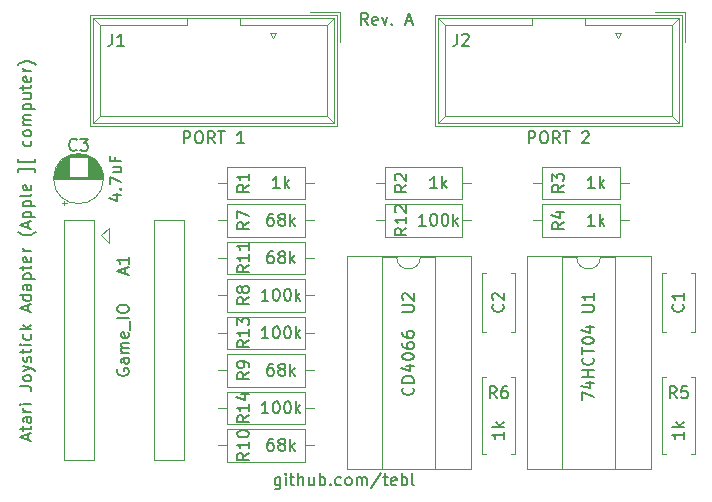
<source format=gto>
%TF.GenerationSoftware,KiCad,Pcbnew,(5.1.8)-1*%
%TF.CreationDate,2021-01-19T01:30:05+01:00*%
%TF.ProjectId,Apple II Adapter,4170706c-6520-4494-9920-416461707465,rev?*%
%TF.SameCoordinates,Original*%
%TF.FileFunction,Legend,Top*%
%TF.FilePolarity,Positive*%
%FSLAX46Y46*%
G04 Gerber Fmt 4.6, Leading zero omitted, Abs format (unit mm)*
G04 Created by KiCad (PCBNEW (5.1.8)-1) date 2021-01-19 01:30:05*
%MOMM*%
%LPD*%
G01*
G04 APERTURE LIST*
%ADD10C,0.150000*%
%ADD11C,0.120000*%
%ADD12C,0.100000*%
G04 APERTURE END LIST*
D10*
X205121190Y-109672380D02*
X205121190Y-108672380D01*
X205502142Y-108672380D01*
X205597380Y-108720000D01*
X205645000Y-108767619D01*
X205692619Y-108862857D01*
X205692619Y-109005714D01*
X205645000Y-109100952D01*
X205597380Y-109148571D01*
X205502142Y-109196190D01*
X205121190Y-109196190D01*
X206311666Y-108672380D02*
X206502142Y-108672380D01*
X206597380Y-108720000D01*
X206692619Y-108815238D01*
X206740238Y-109005714D01*
X206740238Y-109339047D01*
X206692619Y-109529523D01*
X206597380Y-109624761D01*
X206502142Y-109672380D01*
X206311666Y-109672380D01*
X206216428Y-109624761D01*
X206121190Y-109529523D01*
X206073571Y-109339047D01*
X206073571Y-109005714D01*
X206121190Y-108815238D01*
X206216428Y-108720000D01*
X206311666Y-108672380D01*
X207740238Y-109672380D02*
X207406904Y-109196190D01*
X207168809Y-109672380D02*
X207168809Y-108672380D01*
X207549761Y-108672380D01*
X207645000Y-108720000D01*
X207692619Y-108767619D01*
X207740238Y-108862857D01*
X207740238Y-109005714D01*
X207692619Y-109100952D01*
X207645000Y-109148571D01*
X207549761Y-109196190D01*
X207168809Y-109196190D01*
X208025952Y-108672380D02*
X208597380Y-108672380D01*
X208311666Y-109672380D02*
X208311666Y-108672380D01*
X209645000Y-108767619D02*
X209692619Y-108720000D01*
X209787857Y-108672380D01*
X210025952Y-108672380D01*
X210121190Y-108720000D01*
X210168809Y-108767619D01*
X210216428Y-108862857D01*
X210216428Y-108958095D01*
X210168809Y-109100952D01*
X209597380Y-109672380D01*
X210216428Y-109672380D01*
X175911190Y-109672380D02*
X175911190Y-108672380D01*
X176292142Y-108672380D01*
X176387380Y-108720000D01*
X176435000Y-108767619D01*
X176482619Y-108862857D01*
X176482619Y-109005714D01*
X176435000Y-109100952D01*
X176387380Y-109148571D01*
X176292142Y-109196190D01*
X175911190Y-109196190D01*
X177101666Y-108672380D02*
X177292142Y-108672380D01*
X177387380Y-108720000D01*
X177482619Y-108815238D01*
X177530238Y-109005714D01*
X177530238Y-109339047D01*
X177482619Y-109529523D01*
X177387380Y-109624761D01*
X177292142Y-109672380D01*
X177101666Y-109672380D01*
X177006428Y-109624761D01*
X176911190Y-109529523D01*
X176863571Y-109339047D01*
X176863571Y-109005714D01*
X176911190Y-108815238D01*
X177006428Y-108720000D01*
X177101666Y-108672380D01*
X178530238Y-109672380D02*
X178196904Y-109196190D01*
X177958809Y-109672380D02*
X177958809Y-108672380D01*
X178339761Y-108672380D01*
X178435000Y-108720000D01*
X178482619Y-108767619D01*
X178530238Y-108862857D01*
X178530238Y-109005714D01*
X178482619Y-109100952D01*
X178435000Y-109148571D01*
X178339761Y-109196190D01*
X177958809Y-109196190D01*
X178815952Y-108672380D02*
X179387380Y-108672380D01*
X179101666Y-109672380D02*
X179101666Y-108672380D01*
X181006428Y-109672380D02*
X180435000Y-109672380D01*
X180720714Y-109672380D02*
X180720714Y-108672380D01*
X180625476Y-108815238D01*
X180530238Y-108910476D01*
X180435000Y-108958095D01*
X191492380Y-99639380D02*
X191159047Y-99163190D01*
X190920952Y-99639380D02*
X190920952Y-98639380D01*
X191301904Y-98639380D01*
X191397142Y-98687000D01*
X191444761Y-98734619D01*
X191492380Y-98829857D01*
X191492380Y-98972714D01*
X191444761Y-99067952D01*
X191397142Y-99115571D01*
X191301904Y-99163190D01*
X190920952Y-99163190D01*
X192301904Y-99591761D02*
X192206666Y-99639380D01*
X192016190Y-99639380D01*
X191920952Y-99591761D01*
X191873333Y-99496523D01*
X191873333Y-99115571D01*
X191920952Y-99020333D01*
X192016190Y-98972714D01*
X192206666Y-98972714D01*
X192301904Y-99020333D01*
X192349523Y-99115571D01*
X192349523Y-99210809D01*
X191873333Y-99306047D01*
X192682857Y-98972714D02*
X192920952Y-99639380D01*
X193159047Y-98972714D01*
X193540000Y-99544142D02*
X193587619Y-99591761D01*
X193540000Y-99639380D01*
X193492380Y-99591761D01*
X193540000Y-99544142D01*
X193540000Y-99639380D01*
X194730476Y-99353666D02*
X195206666Y-99353666D01*
X194635238Y-99639380D02*
X194968571Y-98639380D01*
X195301904Y-99639380D01*
X184079238Y-137961714D02*
X184079238Y-138771238D01*
X184031619Y-138866476D01*
X183984000Y-138914095D01*
X183888761Y-138961714D01*
X183745904Y-138961714D01*
X183650666Y-138914095D01*
X184079238Y-138580761D02*
X183984000Y-138628380D01*
X183793523Y-138628380D01*
X183698285Y-138580761D01*
X183650666Y-138533142D01*
X183603047Y-138437904D01*
X183603047Y-138152190D01*
X183650666Y-138056952D01*
X183698285Y-138009333D01*
X183793523Y-137961714D01*
X183984000Y-137961714D01*
X184079238Y-138009333D01*
X184555428Y-138628380D02*
X184555428Y-137961714D01*
X184555428Y-137628380D02*
X184507809Y-137676000D01*
X184555428Y-137723619D01*
X184603047Y-137676000D01*
X184555428Y-137628380D01*
X184555428Y-137723619D01*
X184888761Y-137961714D02*
X185269714Y-137961714D01*
X185031619Y-137628380D02*
X185031619Y-138485523D01*
X185079238Y-138580761D01*
X185174476Y-138628380D01*
X185269714Y-138628380D01*
X185603047Y-138628380D02*
X185603047Y-137628380D01*
X186031619Y-138628380D02*
X186031619Y-138104571D01*
X185984000Y-138009333D01*
X185888761Y-137961714D01*
X185745904Y-137961714D01*
X185650666Y-138009333D01*
X185603047Y-138056952D01*
X186936380Y-137961714D02*
X186936380Y-138628380D01*
X186507809Y-137961714D02*
X186507809Y-138485523D01*
X186555428Y-138580761D01*
X186650666Y-138628380D01*
X186793523Y-138628380D01*
X186888761Y-138580761D01*
X186936380Y-138533142D01*
X187412571Y-138628380D02*
X187412571Y-137628380D01*
X187412571Y-138009333D02*
X187507809Y-137961714D01*
X187698285Y-137961714D01*
X187793523Y-138009333D01*
X187841142Y-138056952D01*
X187888761Y-138152190D01*
X187888761Y-138437904D01*
X187841142Y-138533142D01*
X187793523Y-138580761D01*
X187698285Y-138628380D01*
X187507809Y-138628380D01*
X187412571Y-138580761D01*
X188317333Y-138533142D02*
X188364952Y-138580761D01*
X188317333Y-138628380D01*
X188269714Y-138580761D01*
X188317333Y-138533142D01*
X188317333Y-138628380D01*
X189222095Y-138580761D02*
X189126857Y-138628380D01*
X188936380Y-138628380D01*
X188841142Y-138580761D01*
X188793523Y-138533142D01*
X188745904Y-138437904D01*
X188745904Y-138152190D01*
X188793523Y-138056952D01*
X188841142Y-138009333D01*
X188936380Y-137961714D01*
X189126857Y-137961714D01*
X189222095Y-138009333D01*
X189793523Y-138628380D02*
X189698285Y-138580761D01*
X189650666Y-138533142D01*
X189603047Y-138437904D01*
X189603047Y-138152190D01*
X189650666Y-138056952D01*
X189698285Y-138009333D01*
X189793523Y-137961714D01*
X189936380Y-137961714D01*
X190031619Y-138009333D01*
X190079238Y-138056952D01*
X190126857Y-138152190D01*
X190126857Y-138437904D01*
X190079238Y-138533142D01*
X190031619Y-138580761D01*
X189936380Y-138628380D01*
X189793523Y-138628380D01*
X190555428Y-138628380D02*
X190555428Y-137961714D01*
X190555428Y-138056952D02*
X190603047Y-138009333D01*
X190698285Y-137961714D01*
X190841142Y-137961714D01*
X190936380Y-138009333D01*
X190984000Y-138104571D01*
X190984000Y-138628380D01*
X190984000Y-138104571D02*
X191031619Y-138009333D01*
X191126857Y-137961714D01*
X191269714Y-137961714D01*
X191364952Y-138009333D01*
X191412571Y-138104571D01*
X191412571Y-138628380D01*
X192603047Y-137580761D02*
X191745904Y-138866476D01*
X192793523Y-137961714D02*
X193174476Y-137961714D01*
X192936380Y-137628380D02*
X192936380Y-138485523D01*
X192984000Y-138580761D01*
X193079238Y-138628380D01*
X193174476Y-138628380D01*
X193888761Y-138580761D02*
X193793523Y-138628380D01*
X193603047Y-138628380D01*
X193507809Y-138580761D01*
X193460190Y-138485523D01*
X193460190Y-138104571D01*
X193507809Y-138009333D01*
X193603047Y-137961714D01*
X193793523Y-137961714D01*
X193888761Y-138009333D01*
X193936380Y-138104571D01*
X193936380Y-138199809D01*
X193460190Y-138295047D01*
X194364952Y-138628380D02*
X194364952Y-137628380D01*
X194364952Y-138009333D02*
X194460190Y-137961714D01*
X194650666Y-137961714D01*
X194745904Y-138009333D01*
X194793523Y-138056952D01*
X194841142Y-138152190D01*
X194841142Y-138437904D01*
X194793523Y-138533142D01*
X194745904Y-138580761D01*
X194650666Y-138628380D01*
X194460190Y-138628380D01*
X194364952Y-138580761D01*
X195412571Y-138628380D02*
X195317333Y-138580761D01*
X195269714Y-138485523D01*
X195269714Y-137628380D01*
X162726666Y-134792619D02*
X162726666Y-134316428D01*
X163012380Y-134887857D02*
X162012380Y-134554523D01*
X163012380Y-134221190D01*
X162345714Y-134030714D02*
X162345714Y-133649761D01*
X162012380Y-133887857D02*
X162869523Y-133887857D01*
X162964761Y-133840238D01*
X163012380Y-133745000D01*
X163012380Y-133649761D01*
X163012380Y-132887857D02*
X162488571Y-132887857D01*
X162393333Y-132935476D01*
X162345714Y-133030714D01*
X162345714Y-133221190D01*
X162393333Y-133316428D01*
X162964761Y-132887857D02*
X163012380Y-132983095D01*
X163012380Y-133221190D01*
X162964761Y-133316428D01*
X162869523Y-133364047D01*
X162774285Y-133364047D01*
X162679047Y-133316428D01*
X162631428Y-133221190D01*
X162631428Y-132983095D01*
X162583809Y-132887857D01*
X163012380Y-132411666D02*
X162345714Y-132411666D01*
X162536190Y-132411666D02*
X162440952Y-132364047D01*
X162393333Y-132316428D01*
X162345714Y-132221190D01*
X162345714Y-132125952D01*
X163012380Y-131792619D02*
X162345714Y-131792619D01*
X162012380Y-131792619D02*
X162060000Y-131840238D01*
X162107619Y-131792619D01*
X162060000Y-131745000D01*
X162012380Y-131792619D01*
X162107619Y-131792619D01*
X162012380Y-130268809D02*
X162726666Y-130268809D01*
X162869523Y-130316428D01*
X162964761Y-130411666D01*
X163012380Y-130554523D01*
X163012380Y-130649761D01*
X163012380Y-129649761D02*
X162964761Y-129745000D01*
X162917142Y-129792619D01*
X162821904Y-129840238D01*
X162536190Y-129840238D01*
X162440952Y-129792619D01*
X162393333Y-129745000D01*
X162345714Y-129649761D01*
X162345714Y-129506904D01*
X162393333Y-129411666D01*
X162440952Y-129364047D01*
X162536190Y-129316428D01*
X162821904Y-129316428D01*
X162917142Y-129364047D01*
X162964761Y-129411666D01*
X163012380Y-129506904D01*
X163012380Y-129649761D01*
X162345714Y-128983095D02*
X163012380Y-128745000D01*
X162345714Y-128506904D02*
X163012380Y-128745000D01*
X163250476Y-128840238D01*
X163298095Y-128887857D01*
X163345714Y-128983095D01*
X162964761Y-128173571D02*
X163012380Y-128078333D01*
X163012380Y-127887857D01*
X162964761Y-127792619D01*
X162869523Y-127745000D01*
X162821904Y-127745000D01*
X162726666Y-127792619D01*
X162679047Y-127887857D01*
X162679047Y-128030714D01*
X162631428Y-128125952D01*
X162536190Y-128173571D01*
X162488571Y-128173571D01*
X162393333Y-128125952D01*
X162345714Y-128030714D01*
X162345714Y-127887857D01*
X162393333Y-127792619D01*
X162345714Y-127459285D02*
X162345714Y-127078333D01*
X162012380Y-127316428D02*
X162869523Y-127316428D01*
X162964761Y-127268809D01*
X163012380Y-127173571D01*
X163012380Y-127078333D01*
X163012380Y-126745000D02*
X162345714Y-126745000D01*
X162012380Y-126745000D02*
X162060000Y-126792619D01*
X162107619Y-126745000D01*
X162060000Y-126697380D01*
X162012380Y-126745000D01*
X162107619Y-126745000D01*
X162964761Y-125840238D02*
X163012380Y-125935476D01*
X163012380Y-126125952D01*
X162964761Y-126221190D01*
X162917142Y-126268809D01*
X162821904Y-126316428D01*
X162536190Y-126316428D01*
X162440952Y-126268809D01*
X162393333Y-126221190D01*
X162345714Y-126125952D01*
X162345714Y-125935476D01*
X162393333Y-125840238D01*
X163012380Y-125411666D02*
X162012380Y-125411666D01*
X162631428Y-125316428D02*
X163012380Y-125030714D01*
X162345714Y-125030714D02*
X162726666Y-125411666D01*
X162726666Y-123887857D02*
X162726666Y-123411666D01*
X163012380Y-123983095D02*
X162012380Y-123649761D01*
X163012380Y-123316428D01*
X163012380Y-122554523D02*
X162012380Y-122554523D01*
X162964761Y-122554523D02*
X163012380Y-122649761D01*
X163012380Y-122840238D01*
X162964761Y-122935476D01*
X162917142Y-122983095D01*
X162821904Y-123030714D01*
X162536190Y-123030714D01*
X162440952Y-122983095D01*
X162393333Y-122935476D01*
X162345714Y-122840238D01*
X162345714Y-122649761D01*
X162393333Y-122554523D01*
X163012380Y-121649761D02*
X162488571Y-121649761D01*
X162393333Y-121697380D01*
X162345714Y-121792619D01*
X162345714Y-121983095D01*
X162393333Y-122078333D01*
X162964761Y-121649761D02*
X163012380Y-121745000D01*
X163012380Y-121983095D01*
X162964761Y-122078333D01*
X162869523Y-122125952D01*
X162774285Y-122125952D01*
X162679047Y-122078333D01*
X162631428Y-121983095D01*
X162631428Y-121745000D01*
X162583809Y-121649761D01*
X162345714Y-121173571D02*
X163345714Y-121173571D01*
X162393333Y-121173571D02*
X162345714Y-121078333D01*
X162345714Y-120887857D01*
X162393333Y-120792619D01*
X162440952Y-120745000D01*
X162536190Y-120697380D01*
X162821904Y-120697380D01*
X162917142Y-120745000D01*
X162964761Y-120792619D01*
X163012380Y-120887857D01*
X163012380Y-121078333D01*
X162964761Y-121173571D01*
X162345714Y-120411666D02*
X162345714Y-120030714D01*
X162012380Y-120268809D02*
X162869523Y-120268809D01*
X162964761Y-120221190D01*
X163012380Y-120125952D01*
X163012380Y-120030714D01*
X162964761Y-119316428D02*
X163012380Y-119411666D01*
X163012380Y-119602142D01*
X162964761Y-119697380D01*
X162869523Y-119745000D01*
X162488571Y-119745000D01*
X162393333Y-119697380D01*
X162345714Y-119602142D01*
X162345714Y-119411666D01*
X162393333Y-119316428D01*
X162488571Y-119268809D01*
X162583809Y-119268809D01*
X162679047Y-119745000D01*
X163012380Y-118840238D02*
X162345714Y-118840238D01*
X162536190Y-118840238D02*
X162440952Y-118792619D01*
X162393333Y-118745000D01*
X162345714Y-118649761D01*
X162345714Y-118554523D01*
X163393333Y-117173571D02*
X163345714Y-117221190D01*
X163202857Y-117316428D01*
X163107619Y-117364047D01*
X162964761Y-117411666D01*
X162726666Y-117459285D01*
X162536190Y-117459285D01*
X162298095Y-117411666D01*
X162155238Y-117364047D01*
X162060000Y-117316428D01*
X161917142Y-117221190D01*
X161869523Y-117173571D01*
X162726666Y-116840238D02*
X162726666Y-116364047D01*
X163012380Y-116935476D02*
X162012380Y-116602142D01*
X163012380Y-116268809D01*
X162345714Y-115935476D02*
X163345714Y-115935476D01*
X162393333Y-115935476D02*
X162345714Y-115840238D01*
X162345714Y-115649761D01*
X162393333Y-115554523D01*
X162440952Y-115506904D01*
X162536190Y-115459285D01*
X162821904Y-115459285D01*
X162917142Y-115506904D01*
X162964761Y-115554523D01*
X163012380Y-115649761D01*
X163012380Y-115840238D01*
X162964761Y-115935476D01*
X162345714Y-115030714D02*
X163345714Y-115030714D01*
X162393333Y-115030714D02*
X162345714Y-114935476D01*
X162345714Y-114745000D01*
X162393333Y-114649761D01*
X162440952Y-114602142D01*
X162536190Y-114554523D01*
X162821904Y-114554523D01*
X162917142Y-114602142D01*
X162964761Y-114649761D01*
X163012380Y-114745000D01*
X163012380Y-114935476D01*
X162964761Y-115030714D01*
X163012380Y-113983095D02*
X162964761Y-114078333D01*
X162869523Y-114125952D01*
X162012380Y-114125952D01*
X162964761Y-113221190D02*
X163012380Y-113316428D01*
X163012380Y-113506904D01*
X162964761Y-113602142D01*
X162869523Y-113649761D01*
X162488571Y-113649761D01*
X162393333Y-113602142D01*
X162345714Y-113506904D01*
X162345714Y-113316428D01*
X162393333Y-113221190D01*
X162488571Y-113173571D01*
X162583809Y-113173571D01*
X162679047Y-113649761D01*
X163345714Y-112078333D02*
X163345714Y-111840238D01*
X161917142Y-111840238D01*
X161917142Y-112078333D01*
X163345714Y-111030714D02*
X163345714Y-111268809D01*
X161917142Y-111268809D01*
X161917142Y-111030714D01*
X162964761Y-109459285D02*
X163012380Y-109554523D01*
X163012380Y-109745000D01*
X162964761Y-109840238D01*
X162917142Y-109887857D01*
X162821904Y-109935476D01*
X162536190Y-109935476D01*
X162440952Y-109887857D01*
X162393333Y-109840238D01*
X162345714Y-109745000D01*
X162345714Y-109554523D01*
X162393333Y-109459285D01*
X163012380Y-108887857D02*
X162964761Y-108983095D01*
X162917142Y-109030714D01*
X162821904Y-109078333D01*
X162536190Y-109078333D01*
X162440952Y-109030714D01*
X162393333Y-108983095D01*
X162345714Y-108887857D01*
X162345714Y-108745000D01*
X162393333Y-108649761D01*
X162440952Y-108602142D01*
X162536190Y-108554523D01*
X162821904Y-108554523D01*
X162917142Y-108602142D01*
X162964761Y-108649761D01*
X163012380Y-108745000D01*
X163012380Y-108887857D01*
X163012380Y-108125952D02*
X162345714Y-108125952D01*
X162440952Y-108125952D02*
X162393333Y-108078333D01*
X162345714Y-107983095D01*
X162345714Y-107840238D01*
X162393333Y-107745000D01*
X162488571Y-107697380D01*
X163012380Y-107697380D01*
X162488571Y-107697380D02*
X162393333Y-107649761D01*
X162345714Y-107554523D01*
X162345714Y-107411666D01*
X162393333Y-107316428D01*
X162488571Y-107268809D01*
X163012380Y-107268809D01*
X162345714Y-106792619D02*
X163345714Y-106792619D01*
X162393333Y-106792619D02*
X162345714Y-106697380D01*
X162345714Y-106506904D01*
X162393333Y-106411666D01*
X162440952Y-106364047D01*
X162536190Y-106316428D01*
X162821904Y-106316428D01*
X162917142Y-106364047D01*
X162964761Y-106411666D01*
X163012380Y-106506904D01*
X163012380Y-106697380D01*
X162964761Y-106792619D01*
X162345714Y-105459285D02*
X163012380Y-105459285D01*
X162345714Y-105887857D02*
X162869523Y-105887857D01*
X162964761Y-105840238D01*
X163012380Y-105745000D01*
X163012380Y-105602142D01*
X162964761Y-105506904D01*
X162917142Y-105459285D01*
X162345714Y-105125952D02*
X162345714Y-104745000D01*
X162012380Y-104983095D02*
X162869523Y-104983095D01*
X162964761Y-104935476D01*
X163012380Y-104840238D01*
X163012380Y-104745000D01*
X162964761Y-104030714D02*
X163012380Y-104125952D01*
X163012380Y-104316428D01*
X162964761Y-104411666D01*
X162869523Y-104459285D01*
X162488571Y-104459285D01*
X162393333Y-104411666D01*
X162345714Y-104316428D01*
X162345714Y-104125952D01*
X162393333Y-104030714D01*
X162488571Y-103983095D01*
X162583809Y-103983095D01*
X162679047Y-104459285D01*
X163012380Y-103554523D02*
X162345714Y-103554523D01*
X162536190Y-103554523D02*
X162440952Y-103506904D01*
X162393333Y-103459285D01*
X162345714Y-103364047D01*
X162345714Y-103268809D01*
X163393333Y-103030714D02*
X163345714Y-102983095D01*
X163202857Y-102887857D01*
X163107619Y-102840238D01*
X162964761Y-102792619D01*
X162726666Y-102745000D01*
X162536190Y-102745000D01*
X162298095Y-102792619D01*
X162155238Y-102840238D01*
X162060000Y-102887857D01*
X161917142Y-102983095D01*
X161869523Y-103030714D01*
D11*
%TO.C,A1*%
X169545000Y-118110000D02*
X168910000Y-117475000D01*
X169545000Y-116840000D02*
X169545000Y-118110000D01*
X168910000Y-117475000D02*
X169545000Y-116840000D01*
X165735000Y-116205000D02*
X168275000Y-116205000D01*
X168275000Y-116205000D02*
X168275000Y-136525000D01*
X168275000Y-136525000D02*
X165735000Y-136525000D01*
X165735000Y-136525000D02*
X165735000Y-116205000D01*
X173355000Y-116205000D02*
X175895000Y-116205000D01*
X175895000Y-116205000D02*
X175895000Y-136525000D01*
X175895000Y-136525000D02*
X173355000Y-136525000D01*
X173355000Y-136525000D02*
X173355000Y-116205000D01*
%TO.C,R3*%
X205510000Y-113030000D02*
X206280000Y-113030000D01*
X213590000Y-113030000D02*
X212820000Y-113030000D01*
X206280000Y-114400000D02*
X212820000Y-114400000D01*
X206280000Y-111660000D02*
X206280000Y-114400000D01*
X212820000Y-111660000D02*
X206280000Y-111660000D01*
X212820000Y-114400000D02*
X212820000Y-111660000D01*
%TO.C,C2*%
X201510000Y-125620000D02*
X201195000Y-125620000D01*
X203935000Y-125620000D02*
X203620000Y-125620000D01*
X201510000Y-120680000D02*
X201195000Y-120680000D01*
X203935000Y-120680000D02*
X203620000Y-120680000D01*
X201195000Y-120680000D02*
X201195000Y-125620000D01*
X203935000Y-120680000D02*
X203935000Y-125620000D01*
%TO.C,R14*%
X179610000Y-130710000D02*
X179610000Y-133450000D01*
X179610000Y-133450000D02*
X186150000Y-133450000D01*
X186150000Y-133450000D02*
X186150000Y-130710000D01*
X186150000Y-130710000D02*
X179610000Y-130710000D01*
X178840000Y-132080000D02*
X179610000Y-132080000D01*
X186920000Y-132080000D02*
X186150000Y-132080000D01*
%TO.C,U1*%
X209185000Y-119320000D02*
X207935000Y-119320000D01*
X207935000Y-119320000D02*
X207935000Y-137220000D01*
X207935000Y-137220000D02*
X212435000Y-137220000D01*
X212435000Y-137220000D02*
X212435000Y-119320000D01*
X212435000Y-119320000D02*
X211185000Y-119320000D01*
X204935000Y-119260000D02*
X204935000Y-137280000D01*
X204935000Y-137280000D02*
X215435000Y-137280000D01*
X215435000Y-137280000D02*
X215435000Y-119260000D01*
X215435000Y-119260000D02*
X204935000Y-119260000D01*
X211185000Y-119320000D02*
G75*
G02*
X209185000Y-119320000I-1000000J0D01*
G01*
%TO.C,C1*%
X219175000Y-120680000D02*
X219175000Y-125620000D01*
X216435000Y-120680000D02*
X216435000Y-125620000D01*
X219175000Y-120680000D02*
X218860000Y-120680000D01*
X216750000Y-120680000D02*
X216435000Y-120680000D01*
X219175000Y-125620000D02*
X218860000Y-125620000D01*
X216750000Y-125620000D02*
X216435000Y-125620000D01*
%TO.C,C3*%
X169125000Y-112665000D02*
G75*
G03*
X169125000Y-112665000I-2120000J0D01*
G01*
X164925000Y-112665000D02*
X169085000Y-112665000D01*
X164925000Y-112625000D02*
X169085000Y-112625000D01*
X164926000Y-112585000D02*
X169084000Y-112585000D01*
X164928000Y-112545000D02*
X169082000Y-112545000D01*
X164931000Y-112505000D02*
X169079000Y-112505000D01*
X164934000Y-112465000D02*
X166165000Y-112465000D01*
X167845000Y-112465000D02*
X169076000Y-112465000D01*
X164938000Y-112425000D02*
X166165000Y-112425000D01*
X167845000Y-112425000D02*
X169072000Y-112425000D01*
X164943000Y-112385000D02*
X166165000Y-112385000D01*
X167845000Y-112385000D02*
X169067000Y-112385000D01*
X164949000Y-112345000D02*
X166165000Y-112345000D01*
X167845000Y-112345000D02*
X169061000Y-112345000D01*
X164955000Y-112305000D02*
X166165000Y-112305000D01*
X167845000Y-112305000D02*
X169055000Y-112305000D01*
X164963000Y-112265000D02*
X166165000Y-112265000D01*
X167845000Y-112265000D02*
X169047000Y-112265000D01*
X164971000Y-112225000D02*
X166165000Y-112225000D01*
X167845000Y-112225000D02*
X169039000Y-112225000D01*
X164980000Y-112185000D02*
X166165000Y-112185000D01*
X167845000Y-112185000D02*
X169030000Y-112185000D01*
X164989000Y-112145000D02*
X166165000Y-112145000D01*
X167845000Y-112145000D02*
X169021000Y-112145000D01*
X165000000Y-112105000D02*
X166165000Y-112105000D01*
X167845000Y-112105000D02*
X169010000Y-112105000D01*
X165011000Y-112065000D02*
X166165000Y-112065000D01*
X167845000Y-112065000D02*
X168999000Y-112065000D01*
X165023000Y-112025000D02*
X166165000Y-112025000D01*
X167845000Y-112025000D02*
X168987000Y-112025000D01*
X165037000Y-111985000D02*
X166165000Y-111985000D01*
X167845000Y-111985000D02*
X168973000Y-111985000D01*
X165051000Y-111944000D02*
X166165000Y-111944000D01*
X167845000Y-111944000D02*
X168959000Y-111944000D01*
X165065000Y-111904000D02*
X166165000Y-111904000D01*
X167845000Y-111904000D02*
X168945000Y-111904000D01*
X165081000Y-111864000D02*
X166165000Y-111864000D01*
X167845000Y-111864000D02*
X168929000Y-111864000D01*
X165098000Y-111824000D02*
X166165000Y-111824000D01*
X167845000Y-111824000D02*
X168912000Y-111824000D01*
X165116000Y-111784000D02*
X166165000Y-111784000D01*
X167845000Y-111784000D02*
X168894000Y-111784000D01*
X165135000Y-111744000D02*
X166165000Y-111744000D01*
X167845000Y-111744000D02*
X168875000Y-111744000D01*
X165154000Y-111704000D02*
X166165000Y-111704000D01*
X167845000Y-111704000D02*
X168856000Y-111704000D01*
X165175000Y-111664000D02*
X166165000Y-111664000D01*
X167845000Y-111664000D02*
X168835000Y-111664000D01*
X165197000Y-111624000D02*
X166165000Y-111624000D01*
X167845000Y-111624000D02*
X168813000Y-111624000D01*
X165220000Y-111584000D02*
X166165000Y-111584000D01*
X167845000Y-111584000D02*
X168790000Y-111584000D01*
X165245000Y-111544000D02*
X166165000Y-111544000D01*
X167845000Y-111544000D02*
X168765000Y-111544000D01*
X165270000Y-111504000D02*
X166165000Y-111504000D01*
X167845000Y-111504000D02*
X168740000Y-111504000D01*
X165297000Y-111464000D02*
X166165000Y-111464000D01*
X167845000Y-111464000D02*
X168713000Y-111464000D01*
X165325000Y-111424000D02*
X166165000Y-111424000D01*
X167845000Y-111424000D02*
X168685000Y-111424000D01*
X165355000Y-111384000D02*
X166165000Y-111384000D01*
X167845000Y-111384000D02*
X168655000Y-111384000D01*
X165386000Y-111344000D02*
X166165000Y-111344000D01*
X167845000Y-111344000D02*
X168624000Y-111344000D01*
X165418000Y-111304000D02*
X166165000Y-111304000D01*
X167845000Y-111304000D02*
X168592000Y-111304000D01*
X165453000Y-111264000D02*
X166165000Y-111264000D01*
X167845000Y-111264000D02*
X168557000Y-111264000D01*
X165489000Y-111224000D02*
X166165000Y-111224000D01*
X167845000Y-111224000D02*
X168521000Y-111224000D01*
X165527000Y-111184000D02*
X166165000Y-111184000D01*
X167845000Y-111184000D02*
X168483000Y-111184000D01*
X165567000Y-111144000D02*
X166165000Y-111144000D01*
X167845000Y-111144000D02*
X168443000Y-111144000D01*
X165609000Y-111104000D02*
X166165000Y-111104000D01*
X167845000Y-111104000D02*
X168401000Y-111104000D01*
X165654000Y-111064000D02*
X166165000Y-111064000D01*
X167845000Y-111064000D02*
X168356000Y-111064000D01*
X165701000Y-111024000D02*
X166165000Y-111024000D01*
X167845000Y-111024000D02*
X168309000Y-111024000D01*
X165751000Y-110984000D02*
X166165000Y-110984000D01*
X167845000Y-110984000D02*
X168259000Y-110984000D01*
X165805000Y-110944000D02*
X166165000Y-110944000D01*
X167845000Y-110944000D02*
X168205000Y-110944000D01*
X165863000Y-110904000D02*
X166165000Y-110904000D01*
X167845000Y-110904000D02*
X168147000Y-110904000D01*
X165925000Y-110864000D02*
X166165000Y-110864000D01*
X167845000Y-110864000D02*
X168085000Y-110864000D01*
X165992000Y-110824000D02*
X168018000Y-110824000D01*
X166065000Y-110784000D02*
X167945000Y-110784000D01*
X166146000Y-110744000D02*
X167864000Y-110744000D01*
X166237000Y-110704000D02*
X167773000Y-110704000D01*
X166341000Y-110664000D02*
X167669000Y-110664000D01*
X166468000Y-110624000D02*
X167542000Y-110624000D01*
X166635000Y-110584000D02*
X167375000Y-110584000D01*
X165810000Y-114934801D02*
X165810000Y-114534801D01*
X165610000Y-114734801D02*
X166010000Y-114734801D01*
%TO.C,J1*%
X183201500Y-100349562D02*
X183701500Y-100349562D01*
X183701500Y-100349562D02*
X183451500Y-100782575D01*
X183451500Y-100782575D02*
X183201500Y-100349562D01*
X189115000Y-98580000D02*
X189115000Y-101120000D01*
X189115000Y-98580000D02*
X186575000Y-98580000D01*
X188865000Y-98830000D02*
X188865000Y-108180000D01*
X168005000Y-98830000D02*
X188865000Y-98830000D01*
X168005000Y-108180000D02*
X168005000Y-98830000D01*
X188865000Y-108180000D02*
X168005000Y-108180000D01*
D12*
X168255000Y-99080000D02*
X168815000Y-99630000D01*
X188615000Y-99080000D02*
X188075000Y-99630000D01*
X168255000Y-107930000D02*
X168815000Y-107380000D01*
X188615000Y-107930000D02*
X188075000Y-107380000D01*
X168815000Y-107380000D02*
X168815000Y-99630000D01*
X168255000Y-107930000D02*
X168255000Y-99080000D01*
X188075000Y-107380000D02*
X188075000Y-99630000D01*
X188615000Y-107930000D02*
X188615000Y-99080000D01*
X176185000Y-99630000D02*
X176185000Y-99080000D01*
X180685000Y-99630000D02*
X180685000Y-99080000D01*
X176185000Y-99630000D02*
X168815000Y-99630000D01*
X188075000Y-99630000D02*
X180685000Y-99630000D01*
X188615000Y-99080000D02*
X168255000Y-99080000D01*
X188075000Y-107380000D02*
X168815000Y-107380000D01*
X188615000Y-107930000D02*
X168255000Y-107930000D01*
%TO.C,J2*%
X217825000Y-107930000D02*
X197465000Y-107930000D01*
X217285000Y-107380000D02*
X198025000Y-107380000D01*
X217825000Y-99080000D02*
X197465000Y-99080000D01*
X217285000Y-99630000D02*
X209895000Y-99630000D01*
X205395000Y-99630000D02*
X198025000Y-99630000D01*
X209895000Y-99630000D02*
X209895000Y-99080000D01*
X205395000Y-99630000D02*
X205395000Y-99080000D01*
X217825000Y-107930000D02*
X217825000Y-99080000D01*
X217285000Y-107380000D02*
X217285000Y-99630000D01*
X197465000Y-107930000D02*
X197465000Y-99080000D01*
X198025000Y-107380000D02*
X198025000Y-99630000D01*
X217825000Y-107930000D02*
X217285000Y-107380000D01*
X197465000Y-107930000D02*
X198025000Y-107380000D01*
X217825000Y-99080000D02*
X217285000Y-99630000D01*
X197465000Y-99080000D02*
X198025000Y-99630000D01*
D11*
X218075000Y-108180000D02*
X197215000Y-108180000D01*
X197215000Y-108180000D02*
X197215000Y-98830000D01*
X197215000Y-98830000D02*
X218075000Y-98830000D01*
X218075000Y-98830000D02*
X218075000Y-108180000D01*
X218325000Y-98580000D02*
X215785000Y-98580000D01*
X218325000Y-98580000D02*
X218325000Y-101120000D01*
X212661500Y-100782575D02*
X212411500Y-100349562D01*
X212911500Y-100349562D02*
X212661500Y-100782575D01*
X212411500Y-100349562D02*
X212911500Y-100349562D01*
%TO.C,R1*%
X186150000Y-114400000D02*
X186150000Y-111660000D01*
X186150000Y-111660000D02*
X179610000Y-111660000D01*
X179610000Y-111660000D02*
X179610000Y-114400000D01*
X179610000Y-114400000D02*
X186150000Y-114400000D01*
X186920000Y-113030000D02*
X186150000Y-113030000D01*
X178840000Y-113030000D02*
X179610000Y-113030000D01*
%TO.C,R2*%
X192175000Y-113030000D02*
X192945000Y-113030000D01*
X200255000Y-113030000D02*
X199485000Y-113030000D01*
X192945000Y-114400000D02*
X199485000Y-114400000D01*
X192945000Y-111660000D02*
X192945000Y-114400000D01*
X199485000Y-111660000D02*
X192945000Y-111660000D01*
X199485000Y-114400000D02*
X199485000Y-111660000D01*
%TO.C,R4*%
X212820000Y-117575000D02*
X212820000Y-114835000D01*
X212820000Y-114835000D02*
X206280000Y-114835000D01*
X206280000Y-114835000D02*
X206280000Y-117575000D01*
X206280000Y-117575000D02*
X212820000Y-117575000D01*
X213590000Y-116205000D02*
X212820000Y-116205000D01*
X205510000Y-116205000D02*
X206280000Y-116205000D01*
%TO.C,R7*%
X178840000Y-116205000D02*
X179610000Y-116205000D01*
X186920000Y-116205000D02*
X186150000Y-116205000D01*
X179610000Y-117575000D02*
X186150000Y-117575000D01*
X179610000Y-114835000D02*
X179610000Y-117575000D01*
X186150000Y-114835000D02*
X179610000Y-114835000D01*
X186150000Y-117575000D02*
X186150000Y-114835000D01*
%TO.C,R8*%
X186150000Y-123925000D02*
X186150000Y-121185000D01*
X186150000Y-121185000D02*
X179610000Y-121185000D01*
X179610000Y-121185000D02*
X179610000Y-123925000D01*
X179610000Y-123925000D02*
X186150000Y-123925000D01*
X186920000Y-122555000D02*
X186150000Y-122555000D01*
X178840000Y-122555000D02*
X179610000Y-122555000D01*
%TO.C,R9*%
X186150000Y-130275000D02*
X186150000Y-127535000D01*
X186150000Y-127535000D02*
X179610000Y-127535000D01*
X179610000Y-127535000D02*
X179610000Y-130275000D01*
X179610000Y-130275000D02*
X186150000Y-130275000D01*
X186920000Y-128905000D02*
X186150000Y-128905000D01*
X178840000Y-128905000D02*
X179610000Y-128905000D01*
%TO.C,R10*%
X178840000Y-135255000D02*
X179610000Y-135255000D01*
X186920000Y-135255000D02*
X186150000Y-135255000D01*
X179610000Y-136625000D02*
X186150000Y-136625000D01*
X179610000Y-133885000D02*
X179610000Y-136625000D01*
X186150000Y-133885000D02*
X179610000Y-133885000D01*
X186150000Y-136625000D02*
X186150000Y-133885000D01*
%TO.C,R11*%
X179610000Y-118010000D02*
X179610000Y-120750000D01*
X179610000Y-120750000D02*
X186150000Y-120750000D01*
X186150000Y-120750000D02*
X186150000Y-118010000D01*
X186150000Y-118010000D02*
X179610000Y-118010000D01*
X178840000Y-119380000D02*
X179610000Y-119380000D01*
X186920000Y-119380000D02*
X186150000Y-119380000D01*
%TO.C,R12*%
X192175000Y-116205000D02*
X192945000Y-116205000D01*
X200255000Y-116205000D02*
X199485000Y-116205000D01*
X192945000Y-117575000D02*
X199485000Y-117575000D01*
X192945000Y-114835000D02*
X192945000Y-117575000D01*
X199485000Y-114835000D02*
X192945000Y-114835000D01*
X199485000Y-117575000D02*
X199485000Y-114835000D01*
%TO.C,R13*%
X179610000Y-124360000D02*
X179610000Y-127100000D01*
X179610000Y-127100000D02*
X186150000Y-127100000D01*
X186150000Y-127100000D02*
X186150000Y-124360000D01*
X186150000Y-124360000D02*
X179610000Y-124360000D01*
X178840000Y-125730000D02*
X179610000Y-125730000D01*
X186920000Y-125730000D02*
X186150000Y-125730000D01*
%TO.C,U2*%
X200195000Y-119260000D02*
X189695000Y-119260000D01*
X200195000Y-137280000D02*
X200195000Y-119260000D01*
X189695000Y-137280000D02*
X200195000Y-137280000D01*
X189695000Y-119260000D02*
X189695000Y-137280000D01*
X197195000Y-119320000D02*
X195945000Y-119320000D01*
X197195000Y-137220000D02*
X197195000Y-119320000D01*
X192695000Y-137220000D02*
X197195000Y-137220000D01*
X192695000Y-119320000D02*
X192695000Y-137220000D01*
X193945000Y-119320000D02*
X192695000Y-119320000D01*
X195945000Y-119320000D02*
G75*
G02*
X193945000Y-119320000I-1000000J0D01*
G01*
%TO.C,R5*%
X219175000Y-129445000D02*
X218845000Y-129445000D01*
X219175000Y-135985000D02*
X219175000Y-129445000D01*
X218845000Y-135985000D02*
X219175000Y-135985000D01*
X216435000Y-129445000D02*
X216765000Y-129445000D01*
X216435000Y-135985000D02*
X216435000Y-129445000D01*
X216765000Y-135985000D02*
X216435000Y-135985000D01*
%TO.C,R6*%
X203605000Y-129445000D02*
X203935000Y-129445000D01*
X203935000Y-129445000D02*
X203935000Y-135985000D01*
X203935000Y-135985000D02*
X203605000Y-135985000D01*
X201525000Y-129445000D02*
X201195000Y-129445000D01*
X201195000Y-129445000D02*
X201195000Y-135985000D01*
X201195000Y-135985000D02*
X201525000Y-135985000D01*
%TO.C,A1*%
D10*
X170981666Y-120729285D02*
X170981666Y-120253095D01*
X171267380Y-120824523D02*
X170267380Y-120491190D01*
X171267380Y-120157857D01*
X171267380Y-119300714D02*
X171267380Y-119872142D01*
X171267380Y-119586428D02*
X170267380Y-119586428D01*
X170410238Y-119681666D01*
X170505476Y-119776904D01*
X170553095Y-119872142D01*
X170315000Y-128793571D02*
X170267380Y-128888809D01*
X170267380Y-129031666D01*
X170315000Y-129174523D01*
X170410238Y-129269761D01*
X170505476Y-129317380D01*
X170695952Y-129365000D01*
X170838809Y-129365000D01*
X171029285Y-129317380D01*
X171124523Y-129269761D01*
X171219761Y-129174523D01*
X171267380Y-129031666D01*
X171267380Y-128936428D01*
X171219761Y-128793571D01*
X171172142Y-128745952D01*
X170838809Y-128745952D01*
X170838809Y-128936428D01*
X171267380Y-127888809D02*
X170743571Y-127888809D01*
X170648333Y-127936428D01*
X170600714Y-128031666D01*
X170600714Y-128222142D01*
X170648333Y-128317380D01*
X171219761Y-127888809D02*
X171267380Y-127984047D01*
X171267380Y-128222142D01*
X171219761Y-128317380D01*
X171124523Y-128365000D01*
X171029285Y-128365000D01*
X170934047Y-128317380D01*
X170886428Y-128222142D01*
X170886428Y-127984047D01*
X170838809Y-127888809D01*
X171267380Y-127412619D02*
X170600714Y-127412619D01*
X170695952Y-127412619D02*
X170648333Y-127365000D01*
X170600714Y-127269761D01*
X170600714Y-127126904D01*
X170648333Y-127031666D01*
X170743571Y-126984047D01*
X171267380Y-126984047D01*
X170743571Y-126984047D02*
X170648333Y-126936428D01*
X170600714Y-126841190D01*
X170600714Y-126698333D01*
X170648333Y-126603095D01*
X170743571Y-126555476D01*
X171267380Y-126555476D01*
X171219761Y-125698333D02*
X171267380Y-125793571D01*
X171267380Y-125984047D01*
X171219761Y-126079285D01*
X171124523Y-126126904D01*
X170743571Y-126126904D01*
X170648333Y-126079285D01*
X170600714Y-125984047D01*
X170600714Y-125793571D01*
X170648333Y-125698333D01*
X170743571Y-125650714D01*
X170838809Y-125650714D01*
X170934047Y-126126904D01*
X171362619Y-125460238D02*
X171362619Y-124698333D01*
X171267380Y-124460238D02*
X170267380Y-124460238D01*
X170267380Y-123793571D02*
X170267380Y-123603095D01*
X170315000Y-123507857D01*
X170410238Y-123412619D01*
X170600714Y-123365000D01*
X170934047Y-123365000D01*
X171124523Y-123412619D01*
X171219761Y-123507857D01*
X171267380Y-123603095D01*
X171267380Y-123793571D01*
X171219761Y-123888809D01*
X171124523Y-123984047D01*
X170934047Y-124031666D01*
X170600714Y-124031666D01*
X170410238Y-123984047D01*
X170315000Y-123888809D01*
X170267380Y-123793571D01*
%TO.C,R3*%
X208097380Y-113196666D02*
X207621190Y-113530000D01*
X208097380Y-113768095D02*
X207097380Y-113768095D01*
X207097380Y-113387142D01*
X207145000Y-113291904D01*
X207192619Y-113244285D01*
X207287857Y-113196666D01*
X207430714Y-113196666D01*
X207525952Y-113244285D01*
X207573571Y-113291904D01*
X207621190Y-113387142D01*
X207621190Y-113768095D01*
X207097380Y-112863333D02*
X207097380Y-112244285D01*
X207478333Y-112577619D01*
X207478333Y-112434761D01*
X207525952Y-112339523D01*
X207573571Y-112291904D01*
X207668809Y-112244285D01*
X207906904Y-112244285D01*
X208002142Y-112291904D01*
X208049761Y-112339523D01*
X208097380Y-112434761D01*
X208097380Y-112720476D01*
X208049761Y-112815714D01*
X208002142Y-112863333D01*
X210700952Y-113482380D02*
X210129523Y-113482380D01*
X210415238Y-113482380D02*
X210415238Y-112482380D01*
X210320000Y-112625238D01*
X210224761Y-112720476D01*
X210129523Y-112768095D01*
X211129523Y-113482380D02*
X211129523Y-112482380D01*
X211224761Y-113101428D02*
X211510476Y-113482380D01*
X211510476Y-112815714D02*
X211129523Y-113196666D01*
%TO.C,C2*%
X202922142Y-123316666D02*
X202969761Y-123364285D01*
X203017380Y-123507142D01*
X203017380Y-123602380D01*
X202969761Y-123745238D01*
X202874523Y-123840476D01*
X202779285Y-123888095D01*
X202588809Y-123935714D01*
X202445952Y-123935714D01*
X202255476Y-123888095D01*
X202160238Y-123840476D01*
X202065000Y-123745238D01*
X202017380Y-123602380D01*
X202017380Y-123507142D01*
X202065000Y-123364285D01*
X202112619Y-123316666D01*
X202112619Y-122935714D02*
X202065000Y-122888095D01*
X202017380Y-122792857D01*
X202017380Y-122554761D01*
X202065000Y-122459523D01*
X202112619Y-122411904D01*
X202207857Y-122364285D01*
X202303095Y-122364285D01*
X202445952Y-122411904D01*
X203017380Y-122983333D01*
X203017380Y-122364285D01*
%TO.C,R14*%
X181427380Y-132722857D02*
X180951190Y-133056190D01*
X181427380Y-133294285D02*
X180427380Y-133294285D01*
X180427380Y-132913333D01*
X180475000Y-132818095D01*
X180522619Y-132770476D01*
X180617857Y-132722857D01*
X180760714Y-132722857D01*
X180855952Y-132770476D01*
X180903571Y-132818095D01*
X180951190Y-132913333D01*
X180951190Y-133294285D01*
X181427380Y-131770476D02*
X181427380Y-132341904D01*
X181427380Y-132056190D02*
X180427380Y-132056190D01*
X180570238Y-132151428D01*
X180665476Y-132246666D01*
X180713095Y-132341904D01*
X180760714Y-130913333D02*
X181427380Y-130913333D01*
X180379761Y-131151428D02*
X181094047Y-131389523D01*
X181094047Y-130770476D01*
X183078571Y-132532380D02*
X182507142Y-132532380D01*
X182792857Y-132532380D02*
X182792857Y-131532380D01*
X182697619Y-131675238D01*
X182602380Y-131770476D01*
X182507142Y-131818095D01*
X183697619Y-131532380D02*
X183792857Y-131532380D01*
X183888095Y-131580000D01*
X183935714Y-131627619D01*
X183983333Y-131722857D01*
X184030952Y-131913333D01*
X184030952Y-132151428D01*
X183983333Y-132341904D01*
X183935714Y-132437142D01*
X183888095Y-132484761D01*
X183792857Y-132532380D01*
X183697619Y-132532380D01*
X183602380Y-132484761D01*
X183554761Y-132437142D01*
X183507142Y-132341904D01*
X183459523Y-132151428D01*
X183459523Y-131913333D01*
X183507142Y-131722857D01*
X183554761Y-131627619D01*
X183602380Y-131580000D01*
X183697619Y-131532380D01*
X184650000Y-131532380D02*
X184745238Y-131532380D01*
X184840476Y-131580000D01*
X184888095Y-131627619D01*
X184935714Y-131722857D01*
X184983333Y-131913333D01*
X184983333Y-132151428D01*
X184935714Y-132341904D01*
X184888095Y-132437142D01*
X184840476Y-132484761D01*
X184745238Y-132532380D01*
X184650000Y-132532380D01*
X184554761Y-132484761D01*
X184507142Y-132437142D01*
X184459523Y-132341904D01*
X184411904Y-132151428D01*
X184411904Y-131913333D01*
X184459523Y-131722857D01*
X184507142Y-131627619D01*
X184554761Y-131580000D01*
X184650000Y-131532380D01*
X185411904Y-132532380D02*
X185411904Y-131532380D01*
X185507142Y-132151428D02*
X185792857Y-132532380D01*
X185792857Y-131865714D02*
X185411904Y-132246666D01*
%TO.C,U1*%
X209637380Y-123951904D02*
X210446904Y-123951904D01*
X210542142Y-123904285D01*
X210589761Y-123856666D01*
X210637380Y-123761428D01*
X210637380Y-123570952D01*
X210589761Y-123475714D01*
X210542142Y-123428095D01*
X210446904Y-123380476D01*
X209637380Y-123380476D01*
X210637380Y-122380476D02*
X210637380Y-122951904D01*
X210637380Y-122666190D02*
X209637380Y-122666190D01*
X209780238Y-122761428D01*
X209875476Y-122856666D01*
X209923095Y-122951904D01*
X209637380Y-131436666D02*
X209637380Y-130770000D01*
X210637380Y-131198571D01*
X209970714Y-129960476D02*
X210637380Y-129960476D01*
X209589761Y-130198571D02*
X210304047Y-130436666D01*
X210304047Y-129817619D01*
X210637380Y-129436666D02*
X209637380Y-129436666D01*
X210113571Y-129436666D02*
X210113571Y-128865238D01*
X210637380Y-128865238D02*
X209637380Y-128865238D01*
X210542142Y-127817619D02*
X210589761Y-127865238D01*
X210637380Y-128008095D01*
X210637380Y-128103333D01*
X210589761Y-128246190D01*
X210494523Y-128341428D01*
X210399285Y-128389047D01*
X210208809Y-128436666D01*
X210065952Y-128436666D01*
X209875476Y-128389047D01*
X209780238Y-128341428D01*
X209685000Y-128246190D01*
X209637380Y-128103333D01*
X209637380Y-128008095D01*
X209685000Y-127865238D01*
X209732619Y-127817619D01*
X209637380Y-127531904D02*
X209637380Y-126960476D01*
X210637380Y-127246190D02*
X209637380Y-127246190D01*
X209637380Y-126436666D02*
X209637380Y-126341428D01*
X209685000Y-126246190D01*
X209732619Y-126198571D01*
X209827857Y-126150952D01*
X210018333Y-126103333D01*
X210256428Y-126103333D01*
X210446904Y-126150952D01*
X210542142Y-126198571D01*
X210589761Y-126246190D01*
X210637380Y-126341428D01*
X210637380Y-126436666D01*
X210589761Y-126531904D01*
X210542142Y-126579523D01*
X210446904Y-126627142D01*
X210256428Y-126674761D01*
X210018333Y-126674761D01*
X209827857Y-126627142D01*
X209732619Y-126579523D01*
X209685000Y-126531904D01*
X209637380Y-126436666D01*
X209970714Y-125246190D02*
X210637380Y-125246190D01*
X209589761Y-125484285D02*
X210304047Y-125722380D01*
X210304047Y-125103333D01*
%TO.C,C1*%
X218162142Y-123316666D02*
X218209761Y-123364285D01*
X218257380Y-123507142D01*
X218257380Y-123602380D01*
X218209761Y-123745238D01*
X218114523Y-123840476D01*
X218019285Y-123888095D01*
X217828809Y-123935714D01*
X217685952Y-123935714D01*
X217495476Y-123888095D01*
X217400238Y-123840476D01*
X217305000Y-123745238D01*
X217257380Y-123602380D01*
X217257380Y-123507142D01*
X217305000Y-123364285D01*
X217352619Y-123316666D01*
X218257380Y-122364285D02*
X218257380Y-122935714D01*
X218257380Y-122650000D02*
X217257380Y-122650000D01*
X217400238Y-122745238D01*
X217495476Y-122840476D01*
X217543095Y-122935714D01*
%TO.C,C3*%
X166838333Y-110212142D02*
X166790714Y-110259761D01*
X166647857Y-110307380D01*
X166552619Y-110307380D01*
X166409761Y-110259761D01*
X166314523Y-110164523D01*
X166266904Y-110069285D01*
X166219285Y-109878809D01*
X166219285Y-109735952D01*
X166266904Y-109545476D01*
X166314523Y-109450238D01*
X166409761Y-109355000D01*
X166552619Y-109307380D01*
X166647857Y-109307380D01*
X166790714Y-109355000D01*
X166838333Y-109402619D01*
X167171666Y-109307380D02*
X167790714Y-109307380D01*
X167457380Y-109688333D01*
X167600238Y-109688333D01*
X167695476Y-109735952D01*
X167743095Y-109783571D01*
X167790714Y-109878809D01*
X167790714Y-110116904D01*
X167743095Y-110212142D01*
X167695476Y-110259761D01*
X167600238Y-110307380D01*
X167314523Y-110307380D01*
X167219285Y-110259761D01*
X167171666Y-110212142D01*
X169965714Y-114069761D02*
X170632380Y-114069761D01*
X169584761Y-114307857D02*
X170299047Y-114545952D01*
X170299047Y-113926904D01*
X170537142Y-113545952D02*
X170584761Y-113498333D01*
X170632380Y-113545952D01*
X170584761Y-113593571D01*
X170537142Y-113545952D01*
X170632380Y-113545952D01*
X169632380Y-113165000D02*
X169632380Y-112498333D01*
X170632380Y-112926904D01*
X169965714Y-111688809D02*
X170632380Y-111688809D01*
X169965714Y-112117380D02*
X170489523Y-112117380D01*
X170584761Y-112069761D01*
X170632380Y-111974523D01*
X170632380Y-111831666D01*
X170584761Y-111736428D01*
X170537142Y-111688809D01*
X170108571Y-110879285D02*
X170108571Y-111212619D01*
X170632380Y-111212619D02*
X169632380Y-111212619D01*
X169632380Y-110736428D01*
%TO.C,J1*%
X169846666Y-100417380D02*
X169846666Y-101131666D01*
X169799047Y-101274523D01*
X169703809Y-101369761D01*
X169560952Y-101417380D01*
X169465714Y-101417380D01*
X170846666Y-101417380D02*
X170275238Y-101417380D01*
X170560952Y-101417380D02*
X170560952Y-100417380D01*
X170465714Y-100560238D01*
X170370476Y-100655476D01*
X170275238Y-100703095D01*
%TO.C,J2*%
X199056666Y-100417380D02*
X199056666Y-101131666D01*
X199009047Y-101274523D01*
X198913809Y-101369761D01*
X198770952Y-101417380D01*
X198675714Y-101417380D01*
X199485238Y-100512619D02*
X199532857Y-100465000D01*
X199628095Y-100417380D01*
X199866190Y-100417380D01*
X199961428Y-100465000D01*
X200009047Y-100512619D01*
X200056666Y-100607857D01*
X200056666Y-100703095D01*
X200009047Y-100845952D01*
X199437619Y-101417380D01*
X200056666Y-101417380D01*
%TO.C,R1*%
X181427380Y-113196666D02*
X180951190Y-113530000D01*
X181427380Y-113768095D02*
X180427380Y-113768095D01*
X180427380Y-113387142D01*
X180475000Y-113291904D01*
X180522619Y-113244285D01*
X180617857Y-113196666D01*
X180760714Y-113196666D01*
X180855952Y-113244285D01*
X180903571Y-113291904D01*
X180951190Y-113387142D01*
X180951190Y-113768095D01*
X181427380Y-112244285D02*
X181427380Y-112815714D01*
X181427380Y-112530000D02*
X180427380Y-112530000D01*
X180570238Y-112625238D01*
X180665476Y-112720476D01*
X180713095Y-112815714D01*
X184030952Y-113482380D02*
X183459523Y-113482380D01*
X183745238Y-113482380D02*
X183745238Y-112482380D01*
X183650000Y-112625238D01*
X183554761Y-112720476D01*
X183459523Y-112768095D01*
X184459523Y-113482380D02*
X184459523Y-112482380D01*
X184554761Y-113101428D02*
X184840476Y-113482380D01*
X184840476Y-112815714D02*
X184459523Y-113196666D01*
%TO.C,R2*%
X194762380Y-113196666D02*
X194286190Y-113530000D01*
X194762380Y-113768095D02*
X193762380Y-113768095D01*
X193762380Y-113387142D01*
X193810000Y-113291904D01*
X193857619Y-113244285D01*
X193952857Y-113196666D01*
X194095714Y-113196666D01*
X194190952Y-113244285D01*
X194238571Y-113291904D01*
X194286190Y-113387142D01*
X194286190Y-113768095D01*
X193857619Y-112815714D02*
X193810000Y-112768095D01*
X193762380Y-112672857D01*
X193762380Y-112434761D01*
X193810000Y-112339523D01*
X193857619Y-112291904D01*
X193952857Y-112244285D01*
X194048095Y-112244285D01*
X194190952Y-112291904D01*
X194762380Y-112863333D01*
X194762380Y-112244285D01*
X197365952Y-113482380D02*
X196794523Y-113482380D01*
X197080238Y-113482380D02*
X197080238Y-112482380D01*
X196985000Y-112625238D01*
X196889761Y-112720476D01*
X196794523Y-112768095D01*
X197794523Y-113482380D02*
X197794523Y-112482380D01*
X197889761Y-113101428D02*
X198175476Y-113482380D01*
X198175476Y-112815714D02*
X197794523Y-113196666D01*
%TO.C,R4*%
X208097380Y-116371666D02*
X207621190Y-116705000D01*
X208097380Y-116943095D02*
X207097380Y-116943095D01*
X207097380Y-116562142D01*
X207145000Y-116466904D01*
X207192619Y-116419285D01*
X207287857Y-116371666D01*
X207430714Y-116371666D01*
X207525952Y-116419285D01*
X207573571Y-116466904D01*
X207621190Y-116562142D01*
X207621190Y-116943095D01*
X207430714Y-115514523D02*
X208097380Y-115514523D01*
X207049761Y-115752619D02*
X207764047Y-115990714D01*
X207764047Y-115371666D01*
X210700952Y-116657380D02*
X210129523Y-116657380D01*
X210415238Y-116657380D02*
X210415238Y-115657380D01*
X210320000Y-115800238D01*
X210224761Y-115895476D01*
X210129523Y-115943095D01*
X211129523Y-116657380D02*
X211129523Y-115657380D01*
X211224761Y-116276428D02*
X211510476Y-116657380D01*
X211510476Y-115990714D02*
X211129523Y-116371666D01*
%TO.C,R7*%
X181427380Y-116371666D02*
X180951190Y-116705000D01*
X181427380Y-116943095D02*
X180427380Y-116943095D01*
X180427380Y-116562142D01*
X180475000Y-116466904D01*
X180522619Y-116419285D01*
X180617857Y-116371666D01*
X180760714Y-116371666D01*
X180855952Y-116419285D01*
X180903571Y-116466904D01*
X180951190Y-116562142D01*
X180951190Y-116943095D01*
X180427380Y-116038333D02*
X180427380Y-115371666D01*
X181427380Y-115800238D01*
X183459523Y-115657380D02*
X183269047Y-115657380D01*
X183173809Y-115705000D01*
X183126190Y-115752619D01*
X183030952Y-115895476D01*
X182983333Y-116085952D01*
X182983333Y-116466904D01*
X183030952Y-116562142D01*
X183078571Y-116609761D01*
X183173809Y-116657380D01*
X183364285Y-116657380D01*
X183459523Y-116609761D01*
X183507142Y-116562142D01*
X183554761Y-116466904D01*
X183554761Y-116228809D01*
X183507142Y-116133571D01*
X183459523Y-116085952D01*
X183364285Y-116038333D01*
X183173809Y-116038333D01*
X183078571Y-116085952D01*
X183030952Y-116133571D01*
X182983333Y-116228809D01*
X184126190Y-116085952D02*
X184030952Y-116038333D01*
X183983333Y-115990714D01*
X183935714Y-115895476D01*
X183935714Y-115847857D01*
X183983333Y-115752619D01*
X184030952Y-115705000D01*
X184126190Y-115657380D01*
X184316666Y-115657380D01*
X184411904Y-115705000D01*
X184459523Y-115752619D01*
X184507142Y-115847857D01*
X184507142Y-115895476D01*
X184459523Y-115990714D01*
X184411904Y-116038333D01*
X184316666Y-116085952D01*
X184126190Y-116085952D01*
X184030952Y-116133571D01*
X183983333Y-116181190D01*
X183935714Y-116276428D01*
X183935714Y-116466904D01*
X183983333Y-116562142D01*
X184030952Y-116609761D01*
X184126190Y-116657380D01*
X184316666Y-116657380D01*
X184411904Y-116609761D01*
X184459523Y-116562142D01*
X184507142Y-116466904D01*
X184507142Y-116276428D01*
X184459523Y-116181190D01*
X184411904Y-116133571D01*
X184316666Y-116085952D01*
X184935714Y-116657380D02*
X184935714Y-115657380D01*
X185030952Y-116276428D02*
X185316666Y-116657380D01*
X185316666Y-115990714D02*
X184935714Y-116371666D01*
%TO.C,R8*%
X181427380Y-122721666D02*
X180951190Y-123055000D01*
X181427380Y-123293095D02*
X180427380Y-123293095D01*
X180427380Y-122912142D01*
X180475000Y-122816904D01*
X180522619Y-122769285D01*
X180617857Y-122721666D01*
X180760714Y-122721666D01*
X180855952Y-122769285D01*
X180903571Y-122816904D01*
X180951190Y-122912142D01*
X180951190Y-123293095D01*
X180855952Y-122150238D02*
X180808333Y-122245476D01*
X180760714Y-122293095D01*
X180665476Y-122340714D01*
X180617857Y-122340714D01*
X180522619Y-122293095D01*
X180475000Y-122245476D01*
X180427380Y-122150238D01*
X180427380Y-121959761D01*
X180475000Y-121864523D01*
X180522619Y-121816904D01*
X180617857Y-121769285D01*
X180665476Y-121769285D01*
X180760714Y-121816904D01*
X180808333Y-121864523D01*
X180855952Y-121959761D01*
X180855952Y-122150238D01*
X180903571Y-122245476D01*
X180951190Y-122293095D01*
X181046428Y-122340714D01*
X181236904Y-122340714D01*
X181332142Y-122293095D01*
X181379761Y-122245476D01*
X181427380Y-122150238D01*
X181427380Y-121959761D01*
X181379761Y-121864523D01*
X181332142Y-121816904D01*
X181236904Y-121769285D01*
X181046428Y-121769285D01*
X180951190Y-121816904D01*
X180903571Y-121864523D01*
X180855952Y-121959761D01*
X183459523Y-118832380D02*
X183269047Y-118832380D01*
X183173809Y-118880000D01*
X183126190Y-118927619D01*
X183030952Y-119070476D01*
X182983333Y-119260952D01*
X182983333Y-119641904D01*
X183030952Y-119737142D01*
X183078571Y-119784761D01*
X183173809Y-119832380D01*
X183364285Y-119832380D01*
X183459523Y-119784761D01*
X183507142Y-119737142D01*
X183554761Y-119641904D01*
X183554761Y-119403809D01*
X183507142Y-119308571D01*
X183459523Y-119260952D01*
X183364285Y-119213333D01*
X183173809Y-119213333D01*
X183078571Y-119260952D01*
X183030952Y-119308571D01*
X182983333Y-119403809D01*
X184126190Y-119260952D02*
X184030952Y-119213333D01*
X183983333Y-119165714D01*
X183935714Y-119070476D01*
X183935714Y-119022857D01*
X183983333Y-118927619D01*
X184030952Y-118880000D01*
X184126190Y-118832380D01*
X184316666Y-118832380D01*
X184411904Y-118880000D01*
X184459523Y-118927619D01*
X184507142Y-119022857D01*
X184507142Y-119070476D01*
X184459523Y-119165714D01*
X184411904Y-119213333D01*
X184316666Y-119260952D01*
X184126190Y-119260952D01*
X184030952Y-119308571D01*
X183983333Y-119356190D01*
X183935714Y-119451428D01*
X183935714Y-119641904D01*
X183983333Y-119737142D01*
X184030952Y-119784761D01*
X184126190Y-119832380D01*
X184316666Y-119832380D01*
X184411904Y-119784761D01*
X184459523Y-119737142D01*
X184507142Y-119641904D01*
X184507142Y-119451428D01*
X184459523Y-119356190D01*
X184411904Y-119308571D01*
X184316666Y-119260952D01*
X184935714Y-119832380D02*
X184935714Y-118832380D01*
X185030952Y-119451428D02*
X185316666Y-119832380D01*
X185316666Y-119165714D02*
X184935714Y-119546666D01*
%TO.C,R9*%
X181427380Y-129071666D02*
X180951190Y-129405000D01*
X181427380Y-129643095D02*
X180427380Y-129643095D01*
X180427380Y-129262142D01*
X180475000Y-129166904D01*
X180522619Y-129119285D01*
X180617857Y-129071666D01*
X180760714Y-129071666D01*
X180855952Y-129119285D01*
X180903571Y-129166904D01*
X180951190Y-129262142D01*
X180951190Y-129643095D01*
X181427380Y-128595476D02*
X181427380Y-128405000D01*
X181379761Y-128309761D01*
X181332142Y-128262142D01*
X181189285Y-128166904D01*
X180998809Y-128119285D01*
X180617857Y-128119285D01*
X180522619Y-128166904D01*
X180475000Y-128214523D01*
X180427380Y-128309761D01*
X180427380Y-128500238D01*
X180475000Y-128595476D01*
X180522619Y-128643095D01*
X180617857Y-128690714D01*
X180855952Y-128690714D01*
X180951190Y-128643095D01*
X180998809Y-128595476D01*
X181046428Y-128500238D01*
X181046428Y-128309761D01*
X180998809Y-128214523D01*
X180951190Y-128166904D01*
X180855952Y-128119285D01*
X183459523Y-128357380D02*
X183269047Y-128357380D01*
X183173809Y-128405000D01*
X183126190Y-128452619D01*
X183030952Y-128595476D01*
X182983333Y-128785952D01*
X182983333Y-129166904D01*
X183030952Y-129262142D01*
X183078571Y-129309761D01*
X183173809Y-129357380D01*
X183364285Y-129357380D01*
X183459523Y-129309761D01*
X183507142Y-129262142D01*
X183554761Y-129166904D01*
X183554761Y-128928809D01*
X183507142Y-128833571D01*
X183459523Y-128785952D01*
X183364285Y-128738333D01*
X183173809Y-128738333D01*
X183078571Y-128785952D01*
X183030952Y-128833571D01*
X182983333Y-128928809D01*
X184126190Y-128785952D02*
X184030952Y-128738333D01*
X183983333Y-128690714D01*
X183935714Y-128595476D01*
X183935714Y-128547857D01*
X183983333Y-128452619D01*
X184030952Y-128405000D01*
X184126190Y-128357380D01*
X184316666Y-128357380D01*
X184411904Y-128405000D01*
X184459523Y-128452619D01*
X184507142Y-128547857D01*
X184507142Y-128595476D01*
X184459523Y-128690714D01*
X184411904Y-128738333D01*
X184316666Y-128785952D01*
X184126190Y-128785952D01*
X184030952Y-128833571D01*
X183983333Y-128881190D01*
X183935714Y-128976428D01*
X183935714Y-129166904D01*
X183983333Y-129262142D01*
X184030952Y-129309761D01*
X184126190Y-129357380D01*
X184316666Y-129357380D01*
X184411904Y-129309761D01*
X184459523Y-129262142D01*
X184507142Y-129166904D01*
X184507142Y-128976428D01*
X184459523Y-128881190D01*
X184411904Y-128833571D01*
X184316666Y-128785952D01*
X184935714Y-129357380D02*
X184935714Y-128357380D01*
X185030952Y-128976428D02*
X185316666Y-129357380D01*
X185316666Y-128690714D02*
X184935714Y-129071666D01*
%TO.C,R10*%
X181427380Y-135897857D02*
X180951190Y-136231190D01*
X181427380Y-136469285D02*
X180427380Y-136469285D01*
X180427380Y-136088333D01*
X180475000Y-135993095D01*
X180522619Y-135945476D01*
X180617857Y-135897857D01*
X180760714Y-135897857D01*
X180855952Y-135945476D01*
X180903571Y-135993095D01*
X180951190Y-136088333D01*
X180951190Y-136469285D01*
X181427380Y-134945476D02*
X181427380Y-135516904D01*
X181427380Y-135231190D02*
X180427380Y-135231190D01*
X180570238Y-135326428D01*
X180665476Y-135421666D01*
X180713095Y-135516904D01*
X180427380Y-134326428D02*
X180427380Y-134231190D01*
X180475000Y-134135952D01*
X180522619Y-134088333D01*
X180617857Y-134040714D01*
X180808333Y-133993095D01*
X181046428Y-133993095D01*
X181236904Y-134040714D01*
X181332142Y-134088333D01*
X181379761Y-134135952D01*
X181427380Y-134231190D01*
X181427380Y-134326428D01*
X181379761Y-134421666D01*
X181332142Y-134469285D01*
X181236904Y-134516904D01*
X181046428Y-134564523D01*
X180808333Y-134564523D01*
X180617857Y-134516904D01*
X180522619Y-134469285D01*
X180475000Y-134421666D01*
X180427380Y-134326428D01*
X183459523Y-134707380D02*
X183269047Y-134707380D01*
X183173809Y-134755000D01*
X183126190Y-134802619D01*
X183030952Y-134945476D01*
X182983333Y-135135952D01*
X182983333Y-135516904D01*
X183030952Y-135612142D01*
X183078571Y-135659761D01*
X183173809Y-135707380D01*
X183364285Y-135707380D01*
X183459523Y-135659761D01*
X183507142Y-135612142D01*
X183554761Y-135516904D01*
X183554761Y-135278809D01*
X183507142Y-135183571D01*
X183459523Y-135135952D01*
X183364285Y-135088333D01*
X183173809Y-135088333D01*
X183078571Y-135135952D01*
X183030952Y-135183571D01*
X182983333Y-135278809D01*
X184126190Y-135135952D02*
X184030952Y-135088333D01*
X183983333Y-135040714D01*
X183935714Y-134945476D01*
X183935714Y-134897857D01*
X183983333Y-134802619D01*
X184030952Y-134755000D01*
X184126190Y-134707380D01*
X184316666Y-134707380D01*
X184411904Y-134755000D01*
X184459523Y-134802619D01*
X184507142Y-134897857D01*
X184507142Y-134945476D01*
X184459523Y-135040714D01*
X184411904Y-135088333D01*
X184316666Y-135135952D01*
X184126190Y-135135952D01*
X184030952Y-135183571D01*
X183983333Y-135231190D01*
X183935714Y-135326428D01*
X183935714Y-135516904D01*
X183983333Y-135612142D01*
X184030952Y-135659761D01*
X184126190Y-135707380D01*
X184316666Y-135707380D01*
X184411904Y-135659761D01*
X184459523Y-135612142D01*
X184507142Y-135516904D01*
X184507142Y-135326428D01*
X184459523Y-135231190D01*
X184411904Y-135183571D01*
X184316666Y-135135952D01*
X184935714Y-135707380D02*
X184935714Y-134707380D01*
X185030952Y-135326428D02*
X185316666Y-135707380D01*
X185316666Y-135040714D02*
X184935714Y-135421666D01*
%TO.C,R11*%
X181427380Y-120022857D02*
X180951190Y-120356190D01*
X181427380Y-120594285D02*
X180427380Y-120594285D01*
X180427380Y-120213333D01*
X180475000Y-120118095D01*
X180522619Y-120070476D01*
X180617857Y-120022857D01*
X180760714Y-120022857D01*
X180855952Y-120070476D01*
X180903571Y-120118095D01*
X180951190Y-120213333D01*
X180951190Y-120594285D01*
X181427380Y-119070476D02*
X181427380Y-119641904D01*
X181427380Y-119356190D02*
X180427380Y-119356190D01*
X180570238Y-119451428D01*
X180665476Y-119546666D01*
X180713095Y-119641904D01*
X181427380Y-118118095D02*
X181427380Y-118689523D01*
X181427380Y-118403809D02*
X180427380Y-118403809D01*
X180570238Y-118499047D01*
X180665476Y-118594285D01*
X180713095Y-118689523D01*
X183078571Y-123007380D02*
X182507142Y-123007380D01*
X182792857Y-123007380D02*
X182792857Y-122007380D01*
X182697619Y-122150238D01*
X182602380Y-122245476D01*
X182507142Y-122293095D01*
X183697619Y-122007380D02*
X183792857Y-122007380D01*
X183888095Y-122055000D01*
X183935714Y-122102619D01*
X183983333Y-122197857D01*
X184030952Y-122388333D01*
X184030952Y-122626428D01*
X183983333Y-122816904D01*
X183935714Y-122912142D01*
X183888095Y-122959761D01*
X183792857Y-123007380D01*
X183697619Y-123007380D01*
X183602380Y-122959761D01*
X183554761Y-122912142D01*
X183507142Y-122816904D01*
X183459523Y-122626428D01*
X183459523Y-122388333D01*
X183507142Y-122197857D01*
X183554761Y-122102619D01*
X183602380Y-122055000D01*
X183697619Y-122007380D01*
X184650000Y-122007380D02*
X184745238Y-122007380D01*
X184840476Y-122055000D01*
X184888095Y-122102619D01*
X184935714Y-122197857D01*
X184983333Y-122388333D01*
X184983333Y-122626428D01*
X184935714Y-122816904D01*
X184888095Y-122912142D01*
X184840476Y-122959761D01*
X184745238Y-123007380D01*
X184650000Y-123007380D01*
X184554761Y-122959761D01*
X184507142Y-122912142D01*
X184459523Y-122816904D01*
X184411904Y-122626428D01*
X184411904Y-122388333D01*
X184459523Y-122197857D01*
X184507142Y-122102619D01*
X184554761Y-122055000D01*
X184650000Y-122007380D01*
X185411904Y-123007380D02*
X185411904Y-122007380D01*
X185507142Y-122626428D02*
X185792857Y-123007380D01*
X185792857Y-122340714D02*
X185411904Y-122721666D01*
%TO.C,R12*%
X194762380Y-116847857D02*
X194286190Y-117181190D01*
X194762380Y-117419285D02*
X193762380Y-117419285D01*
X193762380Y-117038333D01*
X193810000Y-116943095D01*
X193857619Y-116895476D01*
X193952857Y-116847857D01*
X194095714Y-116847857D01*
X194190952Y-116895476D01*
X194238571Y-116943095D01*
X194286190Y-117038333D01*
X194286190Y-117419285D01*
X194762380Y-115895476D02*
X194762380Y-116466904D01*
X194762380Y-116181190D02*
X193762380Y-116181190D01*
X193905238Y-116276428D01*
X194000476Y-116371666D01*
X194048095Y-116466904D01*
X193857619Y-115514523D02*
X193810000Y-115466904D01*
X193762380Y-115371666D01*
X193762380Y-115133571D01*
X193810000Y-115038333D01*
X193857619Y-114990714D01*
X193952857Y-114943095D01*
X194048095Y-114943095D01*
X194190952Y-114990714D01*
X194762380Y-115562142D01*
X194762380Y-114943095D01*
X196413571Y-116657380D02*
X195842142Y-116657380D01*
X196127857Y-116657380D02*
X196127857Y-115657380D01*
X196032619Y-115800238D01*
X195937380Y-115895476D01*
X195842142Y-115943095D01*
X197032619Y-115657380D02*
X197127857Y-115657380D01*
X197223095Y-115705000D01*
X197270714Y-115752619D01*
X197318333Y-115847857D01*
X197365952Y-116038333D01*
X197365952Y-116276428D01*
X197318333Y-116466904D01*
X197270714Y-116562142D01*
X197223095Y-116609761D01*
X197127857Y-116657380D01*
X197032619Y-116657380D01*
X196937380Y-116609761D01*
X196889761Y-116562142D01*
X196842142Y-116466904D01*
X196794523Y-116276428D01*
X196794523Y-116038333D01*
X196842142Y-115847857D01*
X196889761Y-115752619D01*
X196937380Y-115705000D01*
X197032619Y-115657380D01*
X197985000Y-115657380D02*
X198080238Y-115657380D01*
X198175476Y-115705000D01*
X198223095Y-115752619D01*
X198270714Y-115847857D01*
X198318333Y-116038333D01*
X198318333Y-116276428D01*
X198270714Y-116466904D01*
X198223095Y-116562142D01*
X198175476Y-116609761D01*
X198080238Y-116657380D01*
X197985000Y-116657380D01*
X197889761Y-116609761D01*
X197842142Y-116562142D01*
X197794523Y-116466904D01*
X197746904Y-116276428D01*
X197746904Y-116038333D01*
X197794523Y-115847857D01*
X197842142Y-115752619D01*
X197889761Y-115705000D01*
X197985000Y-115657380D01*
X198746904Y-116657380D02*
X198746904Y-115657380D01*
X198842142Y-116276428D02*
X199127857Y-116657380D01*
X199127857Y-115990714D02*
X198746904Y-116371666D01*
%TO.C,R13*%
X181427380Y-126372857D02*
X180951190Y-126706190D01*
X181427380Y-126944285D02*
X180427380Y-126944285D01*
X180427380Y-126563333D01*
X180475000Y-126468095D01*
X180522619Y-126420476D01*
X180617857Y-126372857D01*
X180760714Y-126372857D01*
X180855952Y-126420476D01*
X180903571Y-126468095D01*
X180951190Y-126563333D01*
X180951190Y-126944285D01*
X181427380Y-125420476D02*
X181427380Y-125991904D01*
X181427380Y-125706190D02*
X180427380Y-125706190D01*
X180570238Y-125801428D01*
X180665476Y-125896666D01*
X180713095Y-125991904D01*
X180427380Y-125087142D02*
X180427380Y-124468095D01*
X180808333Y-124801428D01*
X180808333Y-124658571D01*
X180855952Y-124563333D01*
X180903571Y-124515714D01*
X180998809Y-124468095D01*
X181236904Y-124468095D01*
X181332142Y-124515714D01*
X181379761Y-124563333D01*
X181427380Y-124658571D01*
X181427380Y-124944285D01*
X181379761Y-125039523D01*
X181332142Y-125087142D01*
X183078571Y-126182380D02*
X182507142Y-126182380D01*
X182792857Y-126182380D02*
X182792857Y-125182380D01*
X182697619Y-125325238D01*
X182602380Y-125420476D01*
X182507142Y-125468095D01*
X183697619Y-125182380D02*
X183792857Y-125182380D01*
X183888095Y-125230000D01*
X183935714Y-125277619D01*
X183983333Y-125372857D01*
X184030952Y-125563333D01*
X184030952Y-125801428D01*
X183983333Y-125991904D01*
X183935714Y-126087142D01*
X183888095Y-126134761D01*
X183792857Y-126182380D01*
X183697619Y-126182380D01*
X183602380Y-126134761D01*
X183554761Y-126087142D01*
X183507142Y-125991904D01*
X183459523Y-125801428D01*
X183459523Y-125563333D01*
X183507142Y-125372857D01*
X183554761Y-125277619D01*
X183602380Y-125230000D01*
X183697619Y-125182380D01*
X184650000Y-125182380D02*
X184745238Y-125182380D01*
X184840476Y-125230000D01*
X184888095Y-125277619D01*
X184935714Y-125372857D01*
X184983333Y-125563333D01*
X184983333Y-125801428D01*
X184935714Y-125991904D01*
X184888095Y-126087142D01*
X184840476Y-126134761D01*
X184745238Y-126182380D01*
X184650000Y-126182380D01*
X184554761Y-126134761D01*
X184507142Y-126087142D01*
X184459523Y-125991904D01*
X184411904Y-125801428D01*
X184411904Y-125563333D01*
X184459523Y-125372857D01*
X184507142Y-125277619D01*
X184554761Y-125230000D01*
X184650000Y-125182380D01*
X185411904Y-126182380D02*
X185411904Y-125182380D01*
X185507142Y-125801428D02*
X185792857Y-126182380D01*
X185792857Y-125515714D02*
X185411904Y-125896666D01*
%TO.C,U2*%
X194397380Y-123951904D02*
X195206904Y-123951904D01*
X195302142Y-123904285D01*
X195349761Y-123856666D01*
X195397380Y-123761428D01*
X195397380Y-123570952D01*
X195349761Y-123475714D01*
X195302142Y-123428095D01*
X195206904Y-123380476D01*
X194397380Y-123380476D01*
X194492619Y-122951904D02*
X194445000Y-122904285D01*
X194397380Y-122809047D01*
X194397380Y-122570952D01*
X194445000Y-122475714D01*
X194492619Y-122428095D01*
X194587857Y-122380476D01*
X194683095Y-122380476D01*
X194825952Y-122428095D01*
X195397380Y-122999523D01*
X195397380Y-122380476D01*
X195302142Y-130365238D02*
X195349761Y-130412857D01*
X195397380Y-130555714D01*
X195397380Y-130650952D01*
X195349761Y-130793809D01*
X195254523Y-130889047D01*
X195159285Y-130936666D01*
X194968809Y-130984285D01*
X194825952Y-130984285D01*
X194635476Y-130936666D01*
X194540238Y-130889047D01*
X194445000Y-130793809D01*
X194397380Y-130650952D01*
X194397380Y-130555714D01*
X194445000Y-130412857D01*
X194492619Y-130365238D01*
X195397380Y-129936666D02*
X194397380Y-129936666D01*
X194397380Y-129698571D01*
X194445000Y-129555714D01*
X194540238Y-129460476D01*
X194635476Y-129412857D01*
X194825952Y-129365238D01*
X194968809Y-129365238D01*
X195159285Y-129412857D01*
X195254523Y-129460476D01*
X195349761Y-129555714D01*
X195397380Y-129698571D01*
X195397380Y-129936666D01*
X194730714Y-128508095D02*
X195397380Y-128508095D01*
X194349761Y-128746190D02*
X195064047Y-128984285D01*
X195064047Y-128365238D01*
X194397380Y-127793809D02*
X194397380Y-127698571D01*
X194445000Y-127603333D01*
X194492619Y-127555714D01*
X194587857Y-127508095D01*
X194778333Y-127460476D01*
X195016428Y-127460476D01*
X195206904Y-127508095D01*
X195302142Y-127555714D01*
X195349761Y-127603333D01*
X195397380Y-127698571D01*
X195397380Y-127793809D01*
X195349761Y-127889047D01*
X195302142Y-127936666D01*
X195206904Y-127984285D01*
X195016428Y-128031904D01*
X194778333Y-128031904D01*
X194587857Y-127984285D01*
X194492619Y-127936666D01*
X194445000Y-127889047D01*
X194397380Y-127793809D01*
X194397380Y-126603333D02*
X194397380Y-126793809D01*
X194445000Y-126889047D01*
X194492619Y-126936666D01*
X194635476Y-127031904D01*
X194825952Y-127079523D01*
X195206904Y-127079523D01*
X195302142Y-127031904D01*
X195349761Y-126984285D01*
X195397380Y-126889047D01*
X195397380Y-126698571D01*
X195349761Y-126603333D01*
X195302142Y-126555714D01*
X195206904Y-126508095D01*
X194968809Y-126508095D01*
X194873571Y-126555714D01*
X194825952Y-126603333D01*
X194778333Y-126698571D01*
X194778333Y-126889047D01*
X194825952Y-126984285D01*
X194873571Y-127031904D01*
X194968809Y-127079523D01*
X194397380Y-125650952D02*
X194397380Y-125841428D01*
X194445000Y-125936666D01*
X194492619Y-125984285D01*
X194635476Y-126079523D01*
X194825952Y-126127142D01*
X195206904Y-126127142D01*
X195302142Y-126079523D01*
X195349761Y-126031904D01*
X195397380Y-125936666D01*
X195397380Y-125746190D01*
X195349761Y-125650952D01*
X195302142Y-125603333D01*
X195206904Y-125555714D01*
X194968809Y-125555714D01*
X194873571Y-125603333D01*
X194825952Y-125650952D01*
X194778333Y-125746190D01*
X194778333Y-125936666D01*
X194825952Y-126031904D01*
X194873571Y-126079523D01*
X194968809Y-126127142D01*
%TO.C,R5*%
X217638333Y-131262380D02*
X217305000Y-130786190D01*
X217066904Y-131262380D02*
X217066904Y-130262380D01*
X217447857Y-130262380D01*
X217543095Y-130310000D01*
X217590714Y-130357619D01*
X217638333Y-130452857D01*
X217638333Y-130595714D01*
X217590714Y-130690952D01*
X217543095Y-130738571D01*
X217447857Y-130786190D01*
X217066904Y-130786190D01*
X218543095Y-130262380D02*
X218066904Y-130262380D01*
X218019285Y-130738571D01*
X218066904Y-130690952D01*
X218162142Y-130643333D01*
X218400238Y-130643333D01*
X218495476Y-130690952D01*
X218543095Y-130738571D01*
X218590714Y-130833809D01*
X218590714Y-131071904D01*
X218543095Y-131167142D01*
X218495476Y-131214761D01*
X218400238Y-131262380D01*
X218162142Y-131262380D01*
X218066904Y-131214761D01*
X218019285Y-131167142D01*
X218257380Y-134104047D02*
X218257380Y-134675476D01*
X218257380Y-134389761D02*
X217257380Y-134389761D01*
X217400238Y-134485000D01*
X217495476Y-134580238D01*
X217543095Y-134675476D01*
X218257380Y-133675476D02*
X217257380Y-133675476D01*
X217876428Y-133580238D02*
X218257380Y-133294523D01*
X217590714Y-133294523D02*
X217971666Y-133675476D01*
%TO.C,R6*%
X202398333Y-131262380D02*
X202065000Y-130786190D01*
X201826904Y-131262380D02*
X201826904Y-130262380D01*
X202207857Y-130262380D01*
X202303095Y-130310000D01*
X202350714Y-130357619D01*
X202398333Y-130452857D01*
X202398333Y-130595714D01*
X202350714Y-130690952D01*
X202303095Y-130738571D01*
X202207857Y-130786190D01*
X201826904Y-130786190D01*
X203255476Y-130262380D02*
X203065000Y-130262380D01*
X202969761Y-130310000D01*
X202922142Y-130357619D01*
X202826904Y-130500476D01*
X202779285Y-130690952D01*
X202779285Y-131071904D01*
X202826904Y-131167142D01*
X202874523Y-131214761D01*
X202969761Y-131262380D01*
X203160238Y-131262380D01*
X203255476Y-131214761D01*
X203303095Y-131167142D01*
X203350714Y-131071904D01*
X203350714Y-130833809D01*
X203303095Y-130738571D01*
X203255476Y-130690952D01*
X203160238Y-130643333D01*
X202969761Y-130643333D01*
X202874523Y-130690952D01*
X202826904Y-130738571D01*
X202779285Y-130833809D01*
X203017380Y-134104047D02*
X203017380Y-134675476D01*
X203017380Y-134389761D02*
X202017380Y-134389761D01*
X202160238Y-134485000D01*
X202255476Y-134580238D01*
X202303095Y-134675476D01*
X203017380Y-133675476D02*
X202017380Y-133675476D01*
X202636428Y-133580238D02*
X203017380Y-133294523D01*
X202350714Y-133294523D02*
X202731666Y-133675476D01*
%TD*%
M02*

</source>
